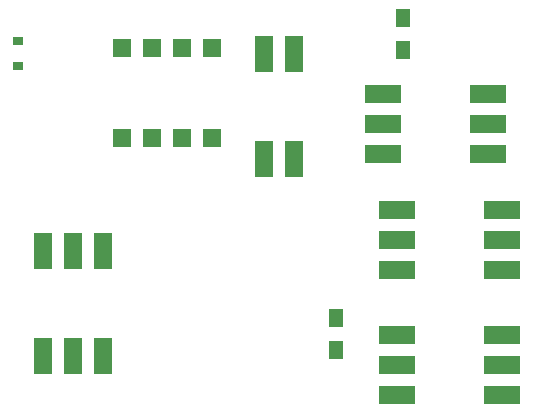
<source format=gtp>
G04 #@! TF.GenerationSoftware,KiCad,Pcbnew,5.1.6-c6e7f7d~87~ubuntu18.04.1*
G04 #@! TF.CreationDate,2020-10-13T20:33:34+05:30*
G04 #@! TF.ProjectId,BackEnd_4S_v1,4261636b-456e-4645-9f34-535f76312e6b,rev?*
G04 #@! TF.SameCoordinates,Original*
G04 #@! TF.FileFunction,Paste,Top*
G04 #@! TF.FilePolarity,Positive*
%FSLAX46Y46*%
G04 Gerber Fmt 4.6, Leading zero omitted, Abs format (unit mm)*
G04 Created by KiCad (PCBNEW 5.1.6-c6e7f7d~87~ubuntu18.04.1) date 2020-10-13 20:33:34*
%MOMM*%
%LPD*%
G01*
G04 APERTURE LIST*
%ADD10R,1.600000X3.100000*%
%ADD11R,1.600000X1.600000*%
%ADD12R,3.100000X1.600000*%
%ADD13R,0.900000X0.800000*%
%ADD14R,1.300000X1.500000*%
G04 APERTURE END LIST*
D10*
X195610000Y-48369200D03*
X193070000Y-57259200D03*
X193070000Y-48369200D03*
X195610000Y-57259200D03*
D11*
X181049000Y-55524400D03*
X188669000Y-47904400D03*
X183589000Y-55524400D03*
X186129000Y-47904400D03*
X186129000Y-55524400D03*
X183589000Y-47904400D03*
X188669000Y-55524400D03*
X181049000Y-47904400D03*
D10*
X179460000Y-65067200D03*
X174380000Y-73957200D03*
X176920000Y-65067200D03*
X176920000Y-73957200D03*
X174380000Y-65067200D03*
X179460000Y-73957200D03*
D12*
X212060000Y-56852800D03*
X203170000Y-51772800D03*
X212060000Y-54312800D03*
X203170000Y-54312800D03*
X212060000Y-51772800D03*
X203170000Y-56852800D03*
X204353000Y-72143600D03*
X213243000Y-77223600D03*
X204353000Y-74683600D03*
X213243000Y-74683600D03*
X204353000Y-77223600D03*
X213243000Y-72143600D03*
X204353000Y-61589900D03*
X213243000Y-66669900D03*
X204353000Y-64129900D03*
X213243000Y-64129900D03*
X204353000Y-66669900D03*
X213243000Y-61589900D03*
D13*
X172281000Y-49383700D03*
X172281000Y-47283700D03*
D14*
X199179000Y-70747900D03*
X199179000Y-73447900D03*
X204899000Y-48047900D03*
X204899000Y-45347900D03*
M02*

</source>
